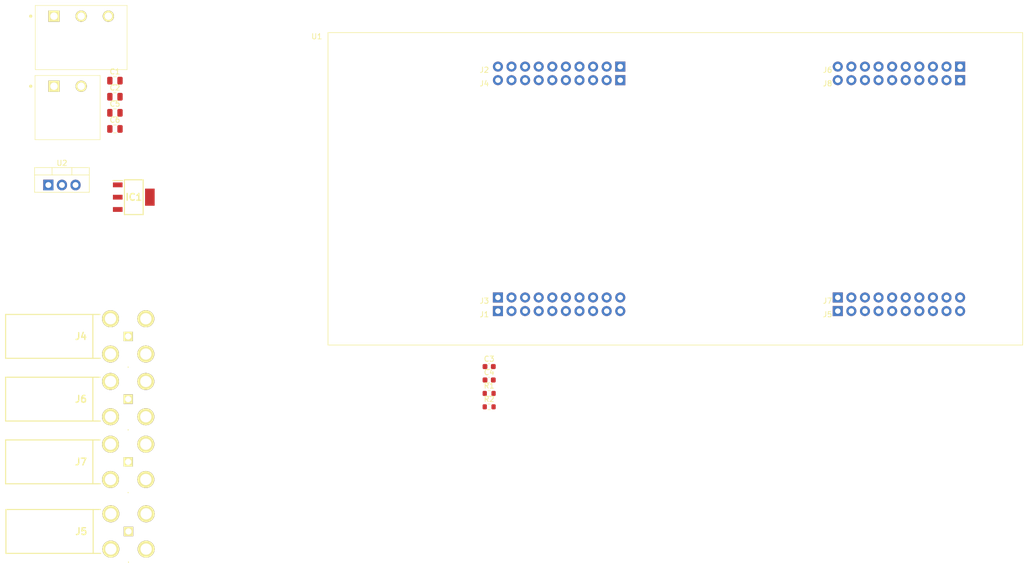
<source format=kicad_pcb>
(kicad_pcb (version 20241229) (generator "pcbnew") (generator_version "9.0")
  (layers (0 "F.Cu" signal) (2 "B.Cu" signal) (13 "F.Paste" user) (15 "B.Paste" user) (5 "F.SilkS" user "F.Silkscreen") (7 "B.SilkS" user "B.Silkscreen") (1 "F.Mask" user) (3 "B.Mask" user) (25 "Edge.Cuts" user))
  (net 0 "")
  (net 1 "GND")
  (net 2 "+5V")
  (net 3 "+12V")
  (net 4 "+3.3V")
  (net 5 "/Mikrocontroller/ADCINA2")
  (net 6 "/Mikrocontroller/ADCINA3")
  (net 7 "0V")
  (net 8 "400V")
  (net 10 "Net-(J1-Pad2)")
  (net 11 "/Mikrocontroller/PWM_4A")
  (net 12 "/Mikrocontroller/PWM_5A")
  (net 13 "I_VOUT")
  (net 14 "I_VREF")
  (net 20 "PWM_S11")
  (net 21 "PWM_S22")
  (net 28 "PWM_S21")
  (net 64 "PWM_S12")
  (footprint "LaunchPad_neu:MOD_LAUNCHXL-F28379D" (layer "F.Cu") (at 180.287 69.09)
    (property "Reference" "U1" (at -67 -28.5 0) (layer "F.SilkS"))
    (property "Value" "LAUNCHXL-F28379D")
    (fp_line (start -64.897 -29.21) (end 64.897 -29.21) (stroke (width 0.127)) (layer "F.SilkS"))
    (fp_line (start -64.897 29.21) (end -64.897 -29.21) (stroke (width 0.127)) (layer "F.SilkS"))
    (fp_line (start 64.897 -29.21) (end 64.897 29.21) (stroke (width 0.127)) (layer "F.SilkS"))
    (fp_line (start 64.897 29.21) (end -64.897 29.21) (stroke (width 0.127)) (layer "F.SilkS"))
    (fp_text user "J2" (at -35.687 -22.225 0) (layer "F.SilkS"))
    (fp_text user "J4" (at -35.687 -19.685 0) (layer "F.SilkS"))
    (fp_text user "J1" (at -35.687 23.495 0) (layer "F.SilkS"))
    (fp_text user "J7" (at 28.448 20.955 0) (layer "F.SilkS"))
    (fp_text user "J8" (at 28.448 -19.685 0) (layer "F.SilkS"))
    (fp_text user "J6" (at 28.448 -22.225 0) (layer "F.SilkS"))
    (fp_text user "J5" (at 28.448 23.495 0) (layer "F.SilkS"))
    (fp_text user "J3" (at -35.687 20.955 0) (layer "F.SilkS"))
    (pad "J1_1" thru_hole rect (at -33.147 22.86) (size 1.8796 1.8796) (drill 1.016) (layers "*.Cu" "*.Mask") (net 4 "+3.3V"))
    (pad "J1_2" thru_hole circle (at -30.607 22.86) (size 1.8796 1.8796) (drill 1.016) (layers "*.Cu" "*.Mask"))
    (pad "J1_3" thru_hole circle (at -28.067 22.86) (size 1.8796 1.8796) (drill 1.016) (layers "*.Cu" "*.Mask"))
    (pad "J1_4" thru_hole circle (at -25.527 22.86) (size 1.8796 1.8796) (drill 1.016) (layers "*.Cu" "*.Mask"))
    (pad "J1_5" thru_hole circle (at -22.987 22.86) (size 1.8796 1.8796) (drill 1.016) (layers "*.Cu" "*.Mask"))
    (pad "J1_6" thru_hole circle (at -20.447 22.86) (size 1.8796 1.8796) (drill 1.016) (layers "*.Cu" "*.Mask"))
    (pad "J1_7" thru_hole circle (at -17.907 22.86) (size 1.8796 1.8796) (drill 1.016) (layers "*.Cu" "*.Mask"))
    (pad "J1_8" thru_hole circle (at -15.367 22.86) (size 1.8796 1.8796) (drill 1.016) (layers "*.Cu" "*.Mask"))
    (pad "J1_9" thru_hole circle (at -12.827 22.86) (size 1.8796 1.8796) (drill 1.016) (layers "*.Cu" "*.Mask"))
    (pad "J1_10" thru_hole circle (at -10.287 22.86) (size 1.8796 1.8796) (drill 1.016) (layers "*.Cu" "*.Mask"))
    (pad "J2_1" thru_hole rect (at -10.287 -22.86) (size 1.8796 1.8796) (drill 1.016) (layers "*.Cu" "*.Mask"))
    (pad "J2_2" thru_hole circle (at -12.827 -22.86) (size 1.8796 1.8796) (drill 1.016) (layers "*.Cu" "*.Mask"))
    (pad "J2_3" thru_hole circle (at -15.367 -22.86) (size 1.8796 1.8796) (drill 1.016) (layers "*.Cu" "*.Mask"))
    (pad "J2_4" thru_hole circle (at -17.907 -22.86) (size 1.8796 1.8796) (drill 1.016) (layers "*.Cu" "*.Mask"))
    (pad "J2_5" thru_hole circle (at -20.447 -22.86) (size 1.8796 1.8796) (drill 1.016) (layers "*.Cu" "*.Mask"))
    (pad "J2_6" thru_hole circle (at -22.987 -22.86) (size 1.8796 1.8796) (drill 1.016) (layers "*.Cu" "*.Mask"))
    (pad "J2_7" thru_hole circle (at -25.527 -22.86) (size 1.8796 1.8796) (drill 1.016) (layers "*.Cu" "*.Mask"))
    (pad "J2_8" thru_hole circle (at -28.067 -22.86) (size 1.8796 1.8796) (drill 1.016) (layers "*.Cu" "*.Mask"))
    (pad "J2_9" thru_hole circle (at -30.607 -22.86) (size 1.8796 1.8796) (drill 1.016) (layers "*.Cu" "*.Mask"))
    (pad "J2_10" thru_hole circle (at -33.147 -22.86) (size 1.8796 1.8796) (drill 1.016) (layers "*.Cu" "*.Mask") (net 1 "GND"))
    (pad "J3_1" thru_hole rect (at -33.147 20.32) (size 1.8796 1.8796) (drill 1.016) (layers "*.Cu" "*.Mask") (net 2 "+5V"))
    (pad "J3_2" thru_hole circle (at -30.607 20.32) (size 1.8796 1.8796) (drill 1.016) (layers "*.Cu" "*.Mask") (net 1 "GND"))
    (pad "J3_3" thru_hole circle (at -28.067 20.32) (size 1.8796 1.8796) (drill 1.016) (layers "*.Cu" "*.Mask"))
    (pad "J3_4" thru_hole circle (at -25.527 20.32) (size 1.8796 1.8796) (drill 1.016) (layers "*.Cu" "*.Mask") (net 6 "/Mikrocontroller/ADCINA3"))
    (pad "J3_5" thru_hole circle (at -22.987 20.32) (size 1.8796 1.8796) (drill 1.016) (layers "*.Cu" "*.Mask"))
    (pad "J3_6" thru_hole circle (at -20.447 20.32) (size 1.8796 1.8796) (drill 1.016) (layers "*.Cu" "*.Mask"))
    (pad "J3_7" thru_hole circle (at -17.907 20.32) (size 1.8796 1.8796) (drill 1.016) (layers "*.Cu" "*.Mask"))
    (pad "J3_8" thru_hole circle (at -15.367 20.32) (size 1.8796 1.8796) (drill 1.016) (layers "*.Cu" "*.Mask"))
    (pad "J3_9" thru_hole circle (at -12.827 20.32) (size 1.8796 1.8796) (drill 1.016) (layers "*.Cu" "*.Mask") (net 5 "/Mikrocontroller/ADCINA2"))
    (pad "J3_10" thru_hole circle (at -10.287 20.32) (size 1.8796 1.8796) (drill 1.016) (layers "*.Cu" "*.Mask"))
    (pad "J4_1" thru_hole rect (at -10.287 -20.32) (size 1.8796 1.8796) (drill 1.016) (layers "*.Cu" "*.Mask"))
    (pad "J4_2" thru_hole circle (at -12.827 -20.32) (size 1.8796 1.8796) (drill 1.016) (layers "*.Cu" "*.Mask"))
    (pad "J4_3" thru_hole circle (at -15.367 -20.32) (size 1.8796 1.8796) (drill 1.016) (layers "*.Cu" "*.Mask"))
    (pad "J4_4" thru_hole circle (at -17.907 -20.32) (size 1.8796 1.8796) (drill 1.016) (layers "*.Cu" "*.Mask"))
    (pad "J4_5" thru_hole circle (at -20.447 -20.32) (size 1.8796 1.8796) (drill 1.016) (layers "*.Cu" "*.Mask") (net 21 "PWM_S22"))
    (pad "J4_6" thru_hole circle (at -22.987 -20.32) (size 1.8796 1.8796) (drill 1.016) (layers "*.Cu" "*.Mask") (net 28 "PWM_S21"))
    (pad "J4_7" thru_hole circle (at -25.527 -20.32) (size 1.8796 1.8796) (drill 1.016) (layers "*.Cu" "*.Mask") (net 64 "PWM_S12"))
    (pad "J4_8" thru_hole circle (at -28.067 -20.32) (size 1.8796 1.8796) (drill 1.016) (layers "*.Cu" "*.Mask") (net 20 "PWM_S11"))
    (pad "J4_9" thru_hole circle (at -30.607 -20.32) (size 1.8796 1.8796) (drill 1.016) (layers "*.Cu" "*.Mask"))
    (pad "J4_10" thru_hole circle (at -33.147 -20.32) (size 1.8796 1.8796) (drill 1.016) (layers "*.Cu" "*.Mask"))
    (pad "J5_1" thru_hole rect (at 30.353 22.86) (size 1.8796 1.8796) (drill 1.016) (layers "*.Cu" "*.Mask") (net 4 "+3.3V"))
    (pad "J5_2" thru_hole circle (at 32.893 22.86) (size 1.8796 1.8796) (drill 1.016) (layers "*.Cu" "*.Mask"))
    (pad "J5_3" thru_hole circle (at 35.433 22.86) (size 1.8796 1.8796) (drill 1.016) (layers "*.Cu" "*.Mask"))
    (pad "J5_4" thru_hole circle (at 37.973 22.86) (size 1.8796 1.8796) (drill 1.016) (layers "*.Cu" "*.Mask"))
    (pad "J5_5" thru_hole circle (at 40.513 22.86) (size 1.8796 1.8796) (drill 1.016) (layers "*.Cu" "*.Mask"))
    (pad "J5_6" thru_hole circle (at 43.053 22.86) (size 1.8796 1.8796) (drill 1.016) (layers "*.Cu" "*.Mask"))
    (pad "J5_7" thru_hole circle (at 45.593 22.86) (size 1.8796 1.8796) (drill 1.016) (layers "*.Cu" "*.Mask"))
    (pad "J5_8" thru_hole circle (at 48.133 22.86) (size 1.8796 1.8796) (drill 1.016) (layers "*.Cu" "*.Mask"))
    (pad "J5_9" thru_hole circle (at 50.673 22.86) (size 1.8796 1.8796) (drill 1.016) (layers "*.Cu" "*.Mask"))
    (pad "J5_10" thru_hole circle (at 53.213 22.86) (size 1.8796 1.8796) (drill 1.016) (layers "*.Cu" "*.Mask"))
    (pad "J6_1" thru_hole rect (at 53.213 -22.86) (size 1.8796 1.8796) (drill 1.016) (layers "*.Cu" "*.Mask"))
    (pad "J6_2" thru_hole circle (at 50.673 -22.86) (size 1.8796 1.8796) (drill 1.016) (layers "*.Cu" "*.Mask"))
    (pad "J6_3" thru_hole circle (at 48.133 -22.86) (size 1.8796 1.8796) (drill 1.016) (layers "*.Cu" "*.Mask"))
    (pad "J6_4" thru_hole circle (at 45.593 -22.86) (size 1.8796 1.8796) (drill 1.016) (layers "*.Cu" "*.Mask"))
    (pad "J6_5" thru_hole circle (at 43.053 -22.86) (size 1.8796 1.8796) (drill 1.016) (layers "*.Cu" "*.Mask"))
    (pad "J6_6" thru_hole circle (at 40.513 -22.86) (size 1.8796 1.8796) (drill 1.016) (layers "*.Cu" "*.Mask"))
    (pad "J6_7" thru_hole circle (at 37.973 -22.86) (size 1.8796 1.8796) (drill 1.016) (layers "*.Cu" "*.Mask"))
    (pad "J6_8" thru_hole circle (at 35.433 -22.86) (size 1.8796 1.8796) (drill 1.016) (layers "*.Cu" "*.Mask"))
    (pad "J6_9" thru_hole circle (at 32.893 -22.86) (size 1.8796 1.8796) (drill 1.016) (layers "*.Cu" "*.Mask"))
    (pad "J6_10" thru_hole circle (at 30.353 -22.86) (size 1.8796 1.8796) (drill 1.016) (layers "*.Cu" "*.Mask") (net 1 "GND"))
    (pad "J7_1" thru_hole rect (at 30.353 20.32) (size 1.8796 1.8796) (drill 1.016) (layers "*.Cu" "*.Mask") (net 2 "+5V"))
    (pad "J7_2" thru_hole circle (at 32.893 20.32) (size 1.8796 1.8796) (drill 1.016) (layers "*.Cu" "*.Mask") (net 1 "GND"))
    (pad "J7_3" thru_hole circle (at 35.433 20.32) (size 1.8796 1.8796) (drill 1.016) (layers "*.Cu" "*.Mask"))
    (pad "J7_4" thru_hole circle (at 37.973 20.32) (size 1.8796 1.8796) (drill 1.016) (layers "*.Cu" "*.Mask"))
    (pad "J7_5" thru_hole circle (at 40.513 20.32) (size 1.8796 1.8796) (drill 1.016) (layers "*.Cu" "*.Mask"))
    (pad "J7_6" thru_hole circle (at 43.053 20.32) (size 1.8796 1.8796) (drill 1.016) (layers "*.Cu" "*.Mask"))
    (pad "J7_7" thru_hole circle (at 45.593 20.32) (size 1.8796 1.8796) (drill 1.016) (layers "*.Cu" "*.Mask"))
    (pad "J7_8" thru_hole circle (at 48.133 20.32) (size 1.8796 1.8796) (drill 1.016) (layers "*.Cu" "*.Mask"))
    (pad "J7_9" thru_hole circle (at 50.673 20.32) (size 1.8796 1.8796) (drill 1.016) (layers "*.Cu" "*.Mask"))
    (pad "J7_10" thru_hole circle (at 53.213 20.32) (size 1.8796 1.8796) (drill 1.016) (layers "*.Cu" "*.Mask"))
    (pad "J8_1" thru_hole rect (at 53.213 -20.32) (size 1.8796 1.8796) (drill 1.016) (layers "*.Cu" "*.Mask"))
    (pad "J8_2" thru_hole circle (at 50.673 -20.32) (size 1.8796 1.8796) (drill 1.016) (layers "*.Cu" "*.Mask"))
    (pad "J8_3" thru_hole circle (at 48.133 -20.32) (size 1.8796 1.8796) (drill 1.016) (layers "*.Cu" "*.Mask"))
    (pad "J8_4" thru_hole circle (at 45.593 -20.32) (size 1.8796 1.8796) (drill 1.016) (layers "*.Cu" "*.Mask"))
    (pad "J8_5" thru_hole circle (at 43.053 -20.32) (size 1.8796 1.8796) (drill 1.016) (layers "*.Cu" "*.Mask"))
    (pad "J8_6" thru_hole circle (at 40.513 -20.32) (size 1.8796 1.8796) (drill 1.016) (layers "*.Cu" "*.Mask"))
    (pad "J8_7" thru_hole circle (at 37.973 -20.32) (size 1.8796 1.8796) (drill 1.016) (layers "*.Cu" "*.Mask"))
    (pad "J8_8" thru_hole circle (at 35.433 -20.32) (size 1.8796 1.8796) (drill 1.016) (layers "*.Cu" "*.Mask") (net 12 "/Mikrocontroller/PWM_5A"))
    (pad "J8_9" thru_hole circle (at 32.893 -20.32) (size 1.8796 1.8796) (drill 1.016) (layers "*.Cu" "*.Mask"))
    (pad "J8_10" thru_hole circle (at 30.353 -20.32) (size 1.8796 1.8796) (drill 1.016) (layers "*.Cu" "*.Mask") (net 11 "/Mikrocontroller/PWM_4A"))
  )
  (footprint "Capacitor_SMD:C_0603_1608Metric" (layer "F.Cu") (at 145.5 104.84)
    (property "Reference" "C4" (at 0 -1.43 0) (layer "F.SilkS"))
    (property "Value" "100n")
    (fp_line (start -0.14058 -0.51) (end 0.14058 -0.51) (stroke (width 0.12)) (layer "F.SilkS"))
    (fp_line (start -0.14058 0.51) (end 0.14058 0.51) (stroke (width 0.12)) (layer "F.SilkS"))
    (pad "1" smd roundrect (at -0.775 0) (size 0.9 0.95) (layers "F.Cu" "F.Mask" "F.Paste") (net 6 "/Mikrocontroller/ADCINA3"))
    (pad "2" smd roundrect (at 0.775 0) (size 0.9 0.95) (layers "F.Cu" "F.Mask" "F.Paste") (net 1 "GND"))
  )
  (footprint "SamacSys_Parts:24662671" (layer "F.Cu") (at 78.10875 133.16625)
    (property "Reference" "J5" (at -8.825 0 0) (layer "F.SilkS") (effects (font (size 1.27 1.27) (thickness 0.254))))
    (property "Value" "2466267-1" (hide yes))
    (fp_line (start -22.9 -4.1) (end -22.9 4.1) (stroke (width 0.2)) (layer "F.SilkS"))
    (fp_line (start -22.9 4.1) (end -5.2 4.1) (stroke (width 0.2)) (layer "F.SilkS"))
    (fp_line (start -6.6 -4.1) (end -6.6 4.1) (stroke (width 0.2)) (layer "F.SilkS"))
    (fp_line (start -5.25 -4.1) (end -22.9 -4.1) (stroke (width 0.2)) (layer "F.SilkS"))
    (fp_line (start 0 5.7) (end 0 5.7) (stroke (width 0.1)) (layer "F.SilkS"))
    (fp_line (start 0 5.8) (end 0 5.8) (stroke (width 0.1)) (layer "F.SilkS"))
    (fp_arc (start 0 5.7) (mid 0.05 5.75) (end 0 5.8) (stroke (width 0.1)) (layer "F.SilkS"))
    (fp_arc (start 0 5.8) (mid -0.05 5.75) (end 0 5.7) (stroke (width 0.1)) (layer "F.SilkS"))
    (pad "1" thru_hole rect (at 0 0 90) (size 1.755 1.755) (drill 1.17) (layers "*.Cu" "*.Mask" "F.SilkS") (net 12 "/Mikrocontroller/PWM_5A"))
    (pad "2" thru_hole circle (at -3.3 -3.3 90) (size 3.165 3.165) (drill 2.11) (layers "*.Cu" "*.Mask" "F.SilkS") (net 1 "GND"))
    (pad "3" thru_hole circle (at -3.3 3.3 90) (size 3.165 3.165) (drill 2.11) (layers "*.Cu" "*.Mask" "F.SilkS") (net 1 "GND"))
    (pad "4" thru_hole circle (at 3.3 3.3 90) (size 3.165 3.165) (drill 2.11) (layers "*.Cu" "*.Mask" "F.SilkS") (net 1 "GND"))
    (pad "5" thru_hole circle (at 3.3 -3.3 90) (size 3.165 3.165) (drill 2.11) (layers "*.Cu" "*.Mask" "F.SilkS") (net 1 "GND"))
  )
  (footprint "Capacitor_SMD:C_0805_2012Metric" (layer "F.Cu") (at 75.575 57.885)
    (property "Reference" "C6" (at 0 -1.68 0) (layer "F.SilkS"))
    (property "Value" "4u7")
    (fp_line (start -0.261252 -0.735) (end 0.261252 -0.735) (stroke (width 0.12)) (layer "F.SilkS"))
    (fp_line (start -0.261252 0.735) (end 0.261252 0.735) (stroke (width 0.12)) (layer "F.SilkS"))
    (pad "1" smd roundrect (at -0.95 0) (size 1 1.45) (layers "F.Cu" "F.Mask" "F.Paste") (net 2 "+5V"))
    (pad "2" smd roundrect (at 0.95 0) (size 1 1.45) (layers "F.Cu" "F.Mask" "F.Paste") (net 1 "GND"))
  )
  (footprint "Capacitor_SMD:C_0805_2012Metric" (layer "F.Cu") (at 75.575 51.865)
    (property "Reference" "C2" (at 0 -1.68 0) (layer "F.SilkS"))
    (property "Value" "4u7")
    (fp_line (start -0.261252 -0.735) (end 0.261252 -0.735) (stroke (width 0.12)) (layer "F.SilkS"))
    (fp_line (start -0.261252 0.735) (end 0.261252 0.735) (stroke (width 0.12)) (layer "F.SilkS"))
    (pad "1" smd roundrect (at -0.95 0) (size 1 1.45) (layers "F.Cu" "F.Mask" "F.Paste") (net 3 "+12V"))
    (pad "2" smd roundrect (at 0.95 0) (size 1 1.45) (layers "F.Cu" "F.Mask" "F.Paste") (net 1 "GND"))
  )
  (footprint "SamacSys_Parts:1757242" (layer "F.Cu") (at 64.187 49.9)
    (property "Reference" "J1" (at 0 0 0) (layer "F.SilkS") (effects (font (size 1.27 1.27) (thickness 0.254))))
    (property "Value" "1757242" (hide yes))
    (fp_line (start -3.54 -2) (end 8.62 -2) (stroke (width 0.1)) (layer "F.SilkS"))
    (fp_line (start -3.54 10) (end -3.54 -2) (stroke (width 0.1)) (layer "F.SilkS"))
    (fp_line (start 8.62 -2) (end 8.62 10) (stroke (width 0.1)) (layer "F.SilkS"))
    (fp_line (start 8.62 10) (end -3.54 10) (stroke (width 0.1)) (layer "F.SilkS"))
    (fp_circle (center -4.35 0) (end -4.4 0) (stroke (width 0.254)) (fill no) (layer "F.SilkS"))
    (pad "1" thru_hole rect (at 0 0 90) (size 2.1 2.1) (drill 1.4) (layers "*.Cu" "*.Mask" "F.SilkS") (net 1 "GND"))
    (pad "2" thru_hole circle (at 5.08 0 90) (size 2.1 2.1) (drill 1.4) (layers "*.Cu" "*.Mask" "F.SilkS") (net 10 "Net-(J1-Pad2)"))
  )
  (footprint "SamacSys_Parts:24662671" (layer "F.Cu") (at 78.05 120.15)
    (property "Reference" "J7" (at -8.825 0 0) (layer "F.SilkS") (effects (font (size 1.27 1.27) (thickness 0.254))))
    (property "Value" "2466267-1" (hide yes))
    (fp_line (start -22.9 -4.1) (end -22.9 4.1) (stroke (width 0.2)) (layer "F.SilkS"))
    (fp_line (start -22.9 4.1) (end -5.2 4.1) (stroke (width 0.2)) (layer "F.SilkS"))
    (fp_line (start -6.6 -4.1) (end -6.6 4.1) (stroke (width 0.2)) (layer "F.SilkS"))
    (fp_line (start -5.25 -4.1) (end -22.9 -4.1) (stroke (width 0.2)) (layer "F.SilkS"))
    (fp_line (start 0 5.7) (end 0 5.7) (stroke (width 0.1)) (layer "F.SilkS"))
    (fp_line (start 0 5.8) (end 0 5.8) (stroke (width 0.1)) (layer "F.SilkS"))
    (fp_arc (start 0 5.7) (mid 0.05 5.75) (end 0 5.8) (stroke (width 0.1)) (layer "F.SilkS"))
    (fp_arc (start 0 5.8) (mid -0.05 5.75) (end 0 5.7) (stroke (width 0.1)) (layer "F.SilkS"))
    (pad "1" thru_hole rect (at 0 0 90) (size 1.755 1.755) (drill 1.17) (layers "*.Cu" "*.Mask" "F.SilkS") (net 10 "Net-(J1-Pad2)"))
    (pad "2" thru_hole circle (at -3.3 -3.3 90) (size 3.165 3.165) (drill 2.11) (layers "*.Cu" "*.Mask" "F.SilkS") (net 3 "+12V"))
    (pad "3" thru_hole circle (at -3.3 3.3 90) (size 3.165 3.165) (drill 2.11) (layers "*.Cu" "*.Mask" "F.SilkS") (net 3 "+12V"))
    (pad "4" thru_hole circle (at 3.3 3.3 90) (size 3.165 3.165) (drill 2.11) (layers "*.Cu" "*.Mask" "F.SilkS") (net 3 "+12V"))
    (pad "5" thru_hole circle (at 3.3 -3.3 90) (size 3.165 3.165) (drill 2.11) (layers "*.Cu" "*.Mask" "F.SilkS") (net 3 "+12V"))
  )
  (footprint "SamacSys_Parts:24662671" (layer "F.Cu") (at 78.05 96.685)
    (property "Reference" "J4" (at -8.825 0 0) (layer "F.SilkS") (effects (font (size 1.27 1.27) (thickness 0.254))))
    (property "Value" "2466267-1" (hide yes))
    (fp_line (start -22.9 -4.1) (end -22.9 4.1) (stroke (width 0.2)) (layer "F.SilkS"))
    (fp_line (start -22.9 4.1) (end -5.2 4.1) (stroke (width 0.2)) (layer "F.SilkS"))
    (fp_line (start -6.6 -4.1) (end -6.6 4.1) (stroke (width 0.2)) (layer "F.SilkS"))
    (fp_line (start -5.25 -4.1) (end -22.9 -4.1) (stroke (width 0.2)) (layer "F.SilkS"))
    (fp_line (start 0 5.7) (end 0 5.7) (stroke (width 0.1)) (layer "F.SilkS"))
    (fp_line (start 0 5.8) (end 0 5.8) (stroke (width 0.1)) (layer "F.SilkS"))
    (fp_arc (start 0 5.7) (mid 0.05 5.75) (end 0 5.8) (stroke (width 0.1)) (layer "F.SilkS"))
    (fp_arc (start 0 5.8) (mid -0.05 5.75) (end 0 5.7) (stroke (width 0.1)) (layer "F.SilkS"))
    (pad "1" thru_hole rect (at 0 0 90) (size 1.755 1.755) (drill 1.17) (layers "*.Cu" "*.Mask" "F.SilkS") (net 11 "/Mikrocontroller/PWM_4A"))
    (pad "2" thru_hole circle (at -3.3 -3.3 90) (size 3.165 3.165) (drill 2.11) (layers "*.Cu" "*.Mask" "F.SilkS") (net 1 "GND"))
    (pad "3" thru_hole circle (at -3.3 3.3 90) (size 3.165 3.165) (drill 2.11) (layers "*.Cu" "*.Mask" "F.SilkS") (net 1 "GND"))
    (pad "4" thru_hole circle (at 3.3 3.3 90) (size 3.165 3.165) (drill 2.11) (layers "*.Cu" "*.Mask" "F.SilkS") (net 1 "GND"))
    (pad "5" thru_hole circle (at 3.3 -3.3 90) (size 3.165 3.165) (drill 2.11) (layers "*.Cu" "*.Mask" "F.SilkS") (net 1 "GND"))
  )
  (footprint "Package_TO_SOT_THT:TO-220-3_Vertical" (layer "F.Cu") (at 63.135 68.375)
    (property "Reference" "U2" (at 2.54 -4.1 0) (layer "F.SilkS"))
    (property "Value" "LM78M05_TO220")
    (fp_line (start -2.57 -3.26) (end -2.57 1.36) (stroke (width 0.12)) (layer "F.SilkS"))
    (fp_line (start -2.57 -3.26) (end 7.65 -3.26) (stroke (width 0.12)) (layer "F.SilkS"))
    (fp_line (start -2.57 -1.88) (end 7.65 -1.88) (stroke (width 0.12)) (layer "F.SilkS"))
    (fp_line (start -2.57 1.36) (end 7.65 1.36) (stroke (width 0.12)) (layer "F.SilkS"))
    (fp_line (start 0.69 -3.26) (end 0.69 -1.88) (stroke (width 0.12)) (layer "F.SilkS"))
    (fp_line (start 4.39 -3.26) (end 4.39 -1.88) (stroke (width 0.12)) (layer "F.SilkS"))
    (fp_line (start 7.65 -3.26) (end 7.65 1.36) (stroke (width 0.12)) (layer "F.SilkS"))
    (pad "1" thru_hole rect (at 0 0) (size 1.905 2) (drill 1.1) (layers "*.Cu" "*.Mask") (net 3 "+12V"))
    (pad "2" thru_hole oval (at 2.54 0) (size 1.905 2) (drill 1.1) (layers "*.Cu" "*.Mask") (net 1 "GND"))
    (pad "3" thru_hole oval (at 5.08 0) (size 1.905 2) (drill 1.1) (layers "*.Cu" "*.Mask") (net 2 "+5V"))
  )
  (footprint "Capacitor_SMD:C_0603_1608Metric" (layer "F.Cu") (at 145.5 102.33)
    (property "Reference" "C3" (at 0 -1.43 0) (layer "F.SilkS"))
    (property "Value" "100n")
    (fp_line (start -0.14058 -0.51) (end 0.14058 -0.51) (stroke (width 0.12)) (layer "F.SilkS"))
    (fp_line (start -0.14058 0.51) (end 0.14058 0.51) (stroke (width 0.12)) (layer "F.SilkS"))
    (pad "1" smd roundrect (at -0.775 0) (size 0.9 0.95) (layers "F.Cu" "F.Mask" "F.Paste") (net 5 "/Mikrocontroller/ADCINA2"))
    (pad "2" smd roundrect (at 0.775 0) (size 0.9 0.95) (layers "F.Cu" "F.Mask" "F.Paste") (net 1 "GND"))
  )
  (footprint "SamacSys_Parts:1757255" (layer "F.Cu") (at 64.187 36.8)
    (property "Reference" "J2" (at 0 0 0) (layer "F.SilkS") (effects (font (size 1.27 1.27) (thickness 0.254))))
    (property "Value" "1757255" (hide yes))
    (fp_line (start -3.5 -2) (end 13.66 -2) (stroke (width 0.1)) (layer "F.SilkS"))
    (fp_line (start -3.5 10) (end -3.5 -2) (stroke (width 0.1)) (layer "F.SilkS"))
    (fp_line (start 13.66 -2) (end 13.66 10) (stroke (width 0.1)) (layer "F.SilkS"))
    (fp_line (start 13.66 10) (end -3.5 10) (stroke (width 0.1)) (layer "F.SilkS"))
    (fp_circle (center -4.35 0) (end -4.4 0) (stroke (width 0.254)) (fill no) (layer "F.SilkS"))
    (pad "1" thru_hole rect (at 0 0 90) (size 2.1 2.1) (drill 1.4) (layers "*.Cu" "*.Mask" "F.SilkS") (net 7 "0V"))
    (pad "2" thru_hole circle (at 5.08 0 90) (size 2.1 2.1) (drill 1.4) (layers "*.Cu" "*.Mask" "F.SilkS"))
    (pad "3" thru_hole circle (at 10.16 0 90) (size 2.1 2.1) (drill 1.4) (layers "*.Cu" "*.Mask" "F.SilkS") (net 8 "400V"))
  )
  (footprint "Capacitor_SMD:C_0805_2012Metric" (layer "F.Cu") (at 75.575 54.875)
    (property "Reference" "C5" (at 0 -1.68 0) (layer "F.SilkS"))
    (property "Value" "4u7")
    (fp_line (start -0.261252 -0.735) (end 0.261252 -0.735) (stroke (width 0.12)) (layer "F.SilkS"))
    (fp_line (start -0.261252 0.735) (end 0.261252 0.735) (stroke (width 0.12)) (layer "F.SilkS"))
    (pad "1" smd roundrect (at -0.95 0) (size 1 1.45) (layers "F.Cu" "F.Mask" "F.Paste") (net 4 "+3.3V"))
    (pad "2" smd roundrect (at 0.95 0) (size 1 1.45) (layers "F.Cu" "F.Mask" "F.Paste") (net 1 "GND"))
  )
  (footprint "Resistor_SMD:R_0603_1608Metric" (layer "F.Cu") (at 145.5 107.35)
    (property "Reference" "R1" (at 0 -1.43 0) (layer "F.SilkS"))
    (property "Value" "150")
    (fp_line (start -0.237258 -0.5225) (end 0.237258 -0.5225) (stroke (width 0.12)) (layer "F.SilkS"))
    (fp_line (start -0.237258 0.5225) (end 0.237258 0.5225) (stroke (width 0.12)) (layer "F.SilkS"))
    (pad "1" smd roundrect (at -0.825 0) (size 0.8 0.95) (layers "F.Cu" "F.Mask" "F.Paste") (net 5 "/Mikrocontroller/ADCINA2"))
    (pad "2" smd roundrect (at 0.825 0) (size 0.8 0.95) (layers "F.Cu" "F.Mask" "F.Paste") (net 13 "I_VOUT"))
  )
  (footprint "Capacitor_SMD:C_0805_2012Metric" (layer "F.Cu") (at 75.575 48.855)
    (property "Reference" "C1" (at 0 -1.68 0) (layer "F.SilkS"))
    (property "Value" "4u7")
    (fp_line (start -0.261252 -0.735) (end 0.261252 -0.735) (stroke (width 0.12)) (layer "F.SilkS"))
    (fp_line (start -0.261252 0.735) (end 0.261252 0.735) (stroke (width 0.12)) (layer "F.SilkS"))
    (pad "1" smd roundrect (at -0.95 0) (size 1 1.45) (layers "F.Cu" "F.Mask" "F.Paste") (net 2 "+5V"))
    (pad "2" smd roundrect (at 0.95 0) (size 1 1.45) (layers "F.Cu" "F.Mask" "F.Paste") (net 1 "GND"))
  )
  (footprint "Resistor_SMD:R_0603_1608Metric" (layer "F.Cu") (at 145.5 109.86)
    (property "Reference" "R2" (at 0 -1.43 0) (layer "F.SilkS"))
    (property "Value" "150")
    (fp_line (start -0.237258 -0.5225) (end 0.237258 -0.5225) (stroke (width 0.12)) (layer "F.SilkS"))
    (fp_line (start -0.237258 0.5225) (end 0.237258 0.5225) (stroke (width 0.12)) (layer "F.SilkS"))
    (pad "1" smd roundrect (at -0.825 0) (size 0.8 0.95) (layers "F.Cu" "F.Mask" "F.Paste") (net 6 "/Mikrocontroller/ADCINA3"))
    (pad "2" smd roundrect (at 0.825 0) (size 0.8 0.95) (layers "F.Cu" "F.Mask" "F.Paste") (net 14 "I_VREF"))
  )
  (footprint "SamacSys_Parts:SOT230P700X180-4N" (layer "F.Cu") (at 79.1 70.65)
    (property "Reference" "IC1" (at 0 0 0) (layer "F.SilkS") (effects (font (size 1.27 1.27) (thickness 0.254))))
    (property "Value" "AP7361EA-33E-13" (hide yes))
    (fp_line (start -3.9 -3.1) (end -2.1 -3.1) (stroke (width 0.2)) (layer "F.SilkS"))
    (fp_line (start -1.75 -3.25) (end 1.75 -3.25) (stroke (width 0.2)) (layer "F.SilkS"))
    (fp_line (start -1.75 3.25) (end -1.75 -3.25) (stroke (width 0.2)) (layer "F.SilkS"))
    (fp_line (start 1.75 -3.25) (end 1.75 3.25) (stroke (width 0.2)) (layer "F.SilkS"))
    (fp_line (start 1.75 3.25) (end -1.75 3.25) (stroke (width 0.2)) (layer "F.SilkS"))
    (pad "1" smd rect (at -3 -2.3 90) (size 0.9 1.8) (layers "F.Cu" "F.Mask" "F.Paste") (net 2 "+5V"))
    (pad "2" smd rect (at -3 0 90) (size 0.9 1.8) (layers "F.Cu" "F.Mask" "F.Paste") (net 1 "GND"))
    (pad "3" smd rect (at -3 2.3 90) (size 0.9 1.8) (layers "F.Cu" "F.Mask" "F.Paste") (net 4 "+3.3V"))
    (pad "4" smd rect (at 3 0) (size 1.8 3.2) (layers "F.Cu" "F.Mask" "F.Paste") (net 1 "GND"))
  )
  (footprint "SamacSys_Parts:24662671" (layer "F.Cu") (at 78.05 108.4175)
    (property "Reference" "J6" (at -8.825 0 0) (layer "F.SilkS") (effects (font (size 1.27 1.27) (thickness 0.254))))
    (property "Value" "2466267-1" (hide yes))
    (fp_line (start -22.9 -4.1) (end -22.9 4.1) (stroke (width 0.2)) (layer "F.SilkS"))
    (fp_line (start -22.9 4.1) (end -5.2 4.1) (stroke (width 0.2)) (layer "F.SilkS"))
    (fp_line (start -6.6 -4.1) (end -6.6 4.1) (stroke (width 0.2)) (layer "F.SilkS"))
    (fp_line (start -5.25 -4.1) (end -22.9 -4.1) (stroke (width 0.2)) (layer "F.SilkS"))
    (fp_line (start 0 5.7) (end 0 5.7) (stroke (width 0.1)) (layer "F.SilkS"))
    (fp_line (start 0 5.8) (end 0 5.8) (stroke (width 0.1)) (layer "F.SilkS"))
    (fp_arc (start 0 5.7) (mid 0.05 5.75) (end 0 5.8) (stroke (width 0.1)) (layer "F.SilkS"))
    (fp_arc (start 0 5.8) (mid -0.05 5.75) (end 0 5.7) (stroke (width 0.1)) (layer "F.SilkS"))
    (pad "1" thru_hole rect (at 0 0 90) (size 1.755 1.755) (drill 1.17) (layers "*.Cu" "*.Mask" "F.SilkS") (net 10 "Net-(J1-Pad2)"))
    (pad "2" thru_hole circle (at -3.3 -3.3 90) (size 3.165 3.165) (drill 2.11) (layers "*.Cu" "*.Mask" "F.SilkS") (net 1 "GND"))
    (pad "3" thru_hole circle (at -3.3 3.3 90) (size 3.165 3.165) (drill 2.11) (layers "*.Cu" "*.Mask" "F.SilkS") (net 1 "GND"))
    (pad "4" thru_hole circle (at 3.3 3.3 90) (size 3.165 3.165) (drill 2.11) (layers "*.Cu" "*.Mask" "F.SilkS") (net 1 "GND"))
    (pad "5" thru_hole circle (at 3.3 -3.3 90) (size 3.165 3.165) (drill 2.11) (layers "*.Cu" "*.Mask" "F.SilkS") (net 1 "GND"))
  )
)
</source>
